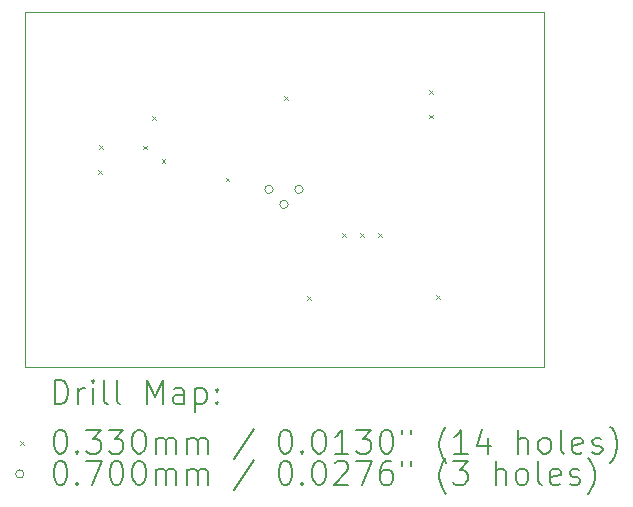
<source format=gbr>
%TF.GenerationSoftware,KiCad,Pcbnew,8.0.2*%
%TF.CreationDate,2025-01-07T01:24:53-05:00*%
%TF.ProjectId,Transimpedence,5472616e-7369-46d7-9065-64656e63652e,rev?*%
%TF.SameCoordinates,Original*%
%TF.FileFunction,Drillmap*%
%TF.FilePolarity,Positive*%
%FSLAX45Y45*%
G04 Gerber Fmt 4.5, Leading zero omitted, Abs format (unit mm)*
G04 Created by KiCad (PCBNEW 8.0.2) date 2025-01-07 01:24:53*
%MOMM*%
%LPD*%
G01*
G04 APERTURE LIST*
%ADD10C,0.100000*%
%ADD11C,0.200000*%
G04 APERTURE END LIST*
D10*
X1995000Y-2000000D02*
X6395000Y-2000000D01*
X6395000Y-5000000D01*
X1995000Y-5000000D01*
X1995000Y-2000000D01*
D11*
D10*
X2617470Y-3336290D02*
X2650490Y-3369310D01*
X2650490Y-3336290D02*
X2617470Y-3369310D01*
X2622550Y-3128010D02*
X2655570Y-3161030D01*
X2655570Y-3128010D02*
X2622550Y-3161030D01*
X2995990Y-3128490D02*
X3029010Y-3161510D01*
X3029010Y-3128490D02*
X2995990Y-3161510D01*
X3077502Y-2879090D02*
X3110522Y-2912110D01*
X3110522Y-2879090D02*
X3077502Y-2912110D01*
X3155435Y-3240018D02*
X3188455Y-3273038D01*
X3188455Y-3240018D02*
X3155435Y-3273038D01*
X3696970Y-3399790D02*
X3729990Y-3432810D01*
X3729990Y-3399790D02*
X3696970Y-3432810D01*
X4188490Y-2710990D02*
X4221510Y-2744010D01*
X4221510Y-2710990D02*
X4188490Y-2744010D01*
X4390390Y-4400550D02*
X4423410Y-4433570D01*
X4423410Y-4400550D02*
X4390390Y-4433570D01*
X4682490Y-3869690D02*
X4715510Y-3902710D01*
X4715510Y-3869690D02*
X4682490Y-3902710D01*
X4834890Y-3869690D02*
X4867910Y-3902710D01*
X4867910Y-3869690D02*
X4834890Y-3902710D01*
X4987290Y-3869690D02*
X5020310Y-3902710D01*
X5020310Y-3869690D02*
X4987290Y-3902710D01*
X5419090Y-2659139D02*
X5452110Y-2692159D01*
X5452110Y-2659139D02*
X5419090Y-2692159D01*
X5419090Y-2866390D02*
X5452110Y-2899410D01*
X5452110Y-2866390D02*
X5419090Y-2899410D01*
X5480050Y-4398010D02*
X5513070Y-4431030D01*
X5513070Y-4398010D02*
X5480050Y-4431030D01*
X4099000Y-3500120D02*
G75*
G02*
X4029000Y-3500120I-35000J0D01*
G01*
X4029000Y-3500120D02*
G75*
G02*
X4099000Y-3500120I35000J0D01*
G01*
X4226000Y-3627120D02*
G75*
G02*
X4156000Y-3627120I-35000J0D01*
G01*
X4156000Y-3627120D02*
G75*
G02*
X4226000Y-3627120I35000J0D01*
G01*
X4353000Y-3500120D02*
G75*
G02*
X4283000Y-3500120I-35000J0D01*
G01*
X4283000Y-3500120D02*
G75*
G02*
X4353000Y-3500120I35000J0D01*
G01*
D11*
X2250777Y-5316484D02*
X2250777Y-5116484D01*
X2250777Y-5116484D02*
X2298396Y-5116484D01*
X2298396Y-5116484D02*
X2326967Y-5126008D01*
X2326967Y-5126008D02*
X2346015Y-5145055D01*
X2346015Y-5145055D02*
X2355539Y-5164103D01*
X2355539Y-5164103D02*
X2365063Y-5202198D01*
X2365063Y-5202198D02*
X2365063Y-5230770D01*
X2365063Y-5230770D02*
X2355539Y-5268865D01*
X2355539Y-5268865D02*
X2346015Y-5287912D01*
X2346015Y-5287912D02*
X2326967Y-5306960D01*
X2326967Y-5306960D02*
X2298396Y-5316484D01*
X2298396Y-5316484D02*
X2250777Y-5316484D01*
X2450777Y-5316484D02*
X2450777Y-5183150D01*
X2450777Y-5221246D02*
X2460301Y-5202198D01*
X2460301Y-5202198D02*
X2469824Y-5192674D01*
X2469824Y-5192674D02*
X2488872Y-5183150D01*
X2488872Y-5183150D02*
X2507920Y-5183150D01*
X2574586Y-5316484D02*
X2574586Y-5183150D01*
X2574586Y-5116484D02*
X2565063Y-5126008D01*
X2565063Y-5126008D02*
X2574586Y-5135531D01*
X2574586Y-5135531D02*
X2584110Y-5126008D01*
X2584110Y-5126008D02*
X2574586Y-5116484D01*
X2574586Y-5116484D02*
X2574586Y-5135531D01*
X2698396Y-5316484D02*
X2679348Y-5306960D01*
X2679348Y-5306960D02*
X2669824Y-5287912D01*
X2669824Y-5287912D02*
X2669824Y-5116484D01*
X2803158Y-5316484D02*
X2784110Y-5306960D01*
X2784110Y-5306960D02*
X2774586Y-5287912D01*
X2774586Y-5287912D02*
X2774586Y-5116484D01*
X3031729Y-5316484D02*
X3031729Y-5116484D01*
X3031729Y-5116484D02*
X3098396Y-5259341D01*
X3098396Y-5259341D02*
X3165062Y-5116484D01*
X3165062Y-5116484D02*
X3165062Y-5316484D01*
X3346015Y-5316484D02*
X3346015Y-5211722D01*
X3346015Y-5211722D02*
X3336491Y-5192674D01*
X3336491Y-5192674D02*
X3317443Y-5183150D01*
X3317443Y-5183150D02*
X3279348Y-5183150D01*
X3279348Y-5183150D02*
X3260301Y-5192674D01*
X3346015Y-5306960D02*
X3326967Y-5316484D01*
X3326967Y-5316484D02*
X3279348Y-5316484D01*
X3279348Y-5316484D02*
X3260301Y-5306960D01*
X3260301Y-5306960D02*
X3250777Y-5287912D01*
X3250777Y-5287912D02*
X3250777Y-5268865D01*
X3250777Y-5268865D02*
X3260301Y-5249817D01*
X3260301Y-5249817D02*
X3279348Y-5240293D01*
X3279348Y-5240293D02*
X3326967Y-5240293D01*
X3326967Y-5240293D02*
X3346015Y-5230770D01*
X3441253Y-5183150D02*
X3441253Y-5383150D01*
X3441253Y-5192674D02*
X3460301Y-5183150D01*
X3460301Y-5183150D02*
X3498396Y-5183150D01*
X3498396Y-5183150D02*
X3517443Y-5192674D01*
X3517443Y-5192674D02*
X3526967Y-5202198D01*
X3526967Y-5202198D02*
X3536491Y-5221246D01*
X3536491Y-5221246D02*
X3536491Y-5278389D01*
X3536491Y-5278389D02*
X3526967Y-5297436D01*
X3526967Y-5297436D02*
X3517443Y-5306960D01*
X3517443Y-5306960D02*
X3498396Y-5316484D01*
X3498396Y-5316484D02*
X3460301Y-5316484D01*
X3460301Y-5316484D02*
X3441253Y-5306960D01*
X3622205Y-5297436D02*
X3631729Y-5306960D01*
X3631729Y-5306960D02*
X3622205Y-5316484D01*
X3622205Y-5316484D02*
X3612682Y-5306960D01*
X3612682Y-5306960D02*
X3622205Y-5297436D01*
X3622205Y-5297436D02*
X3622205Y-5316484D01*
X3622205Y-5192674D02*
X3631729Y-5202198D01*
X3631729Y-5202198D02*
X3622205Y-5211722D01*
X3622205Y-5211722D02*
X3612682Y-5202198D01*
X3612682Y-5202198D02*
X3622205Y-5192674D01*
X3622205Y-5192674D02*
X3622205Y-5211722D01*
D10*
X1956980Y-5628490D02*
X1990000Y-5661510D01*
X1990000Y-5628490D02*
X1956980Y-5661510D01*
D11*
X2288872Y-5536484D02*
X2307920Y-5536484D01*
X2307920Y-5536484D02*
X2326967Y-5546008D01*
X2326967Y-5546008D02*
X2336491Y-5555531D01*
X2336491Y-5555531D02*
X2346015Y-5574579D01*
X2346015Y-5574579D02*
X2355539Y-5612674D01*
X2355539Y-5612674D02*
X2355539Y-5660293D01*
X2355539Y-5660293D02*
X2346015Y-5698388D01*
X2346015Y-5698388D02*
X2336491Y-5717436D01*
X2336491Y-5717436D02*
X2326967Y-5726960D01*
X2326967Y-5726960D02*
X2307920Y-5736484D01*
X2307920Y-5736484D02*
X2288872Y-5736484D01*
X2288872Y-5736484D02*
X2269824Y-5726960D01*
X2269824Y-5726960D02*
X2260301Y-5717436D01*
X2260301Y-5717436D02*
X2250777Y-5698388D01*
X2250777Y-5698388D02*
X2241253Y-5660293D01*
X2241253Y-5660293D02*
X2241253Y-5612674D01*
X2241253Y-5612674D02*
X2250777Y-5574579D01*
X2250777Y-5574579D02*
X2260301Y-5555531D01*
X2260301Y-5555531D02*
X2269824Y-5546008D01*
X2269824Y-5546008D02*
X2288872Y-5536484D01*
X2441253Y-5717436D02*
X2450777Y-5726960D01*
X2450777Y-5726960D02*
X2441253Y-5736484D01*
X2441253Y-5736484D02*
X2431729Y-5726960D01*
X2431729Y-5726960D02*
X2441253Y-5717436D01*
X2441253Y-5717436D02*
X2441253Y-5736484D01*
X2517444Y-5536484D02*
X2641253Y-5536484D01*
X2641253Y-5536484D02*
X2574586Y-5612674D01*
X2574586Y-5612674D02*
X2603158Y-5612674D01*
X2603158Y-5612674D02*
X2622205Y-5622198D01*
X2622205Y-5622198D02*
X2631729Y-5631722D01*
X2631729Y-5631722D02*
X2641253Y-5650769D01*
X2641253Y-5650769D02*
X2641253Y-5698388D01*
X2641253Y-5698388D02*
X2631729Y-5717436D01*
X2631729Y-5717436D02*
X2622205Y-5726960D01*
X2622205Y-5726960D02*
X2603158Y-5736484D01*
X2603158Y-5736484D02*
X2546015Y-5736484D01*
X2546015Y-5736484D02*
X2526967Y-5726960D01*
X2526967Y-5726960D02*
X2517444Y-5717436D01*
X2707920Y-5536484D02*
X2831729Y-5536484D01*
X2831729Y-5536484D02*
X2765063Y-5612674D01*
X2765063Y-5612674D02*
X2793634Y-5612674D01*
X2793634Y-5612674D02*
X2812682Y-5622198D01*
X2812682Y-5622198D02*
X2822205Y-5631722D01*
X2822205Y-5631722D02*
X2831729Y-5650769D01*
X2831729Y-5650769D02*
X2831729Y-5698388D01*
X2831729Y-5698388D02*
X2822205Y-5717436D01*
X2822205Y-5717436D02*
X2812682Y-5726960D01*
X2812682Y-5726960D02*
X2793634Y-5736484D01*
X2793634Y-5736484D02*
X2736491Y-5736484D01*
X2736491Y-5736484D02*
X2717444Y-5726960D01*
X2717444Y-5726960D02*
X2707920Y-5717436D01*
X2955539Y-5536484D02*
X2974586Y-5536484D01*
X2974586Y-5536484D02*
X2993634Y-5546008D01*
X2993634Y-5546008D02*
X3003158Y-5555531D01*
X3003158Y-5555531D02*
X3012682Y-5574579D01*
X3012682Y-5574579D02*
X3022205Y-5612674D01*
X3022205Y-5612674D02*
X3022205Y-5660293D01*
X3022205Y-5660293D02*
X3012682Y-5698388D01*
X3012682Y-5698388D02*
X3003158Y-5717436D01*
X3003158Y-5717436D02*
X2993634Y-5726960D01*
X2993634Y-5726960D02*
X2974586Y-5736484D01*
X2974586Y-5736484D02*
X2955539Y-5736484D01*
X2955539Y-5736484D02*
X2936491Y-5726960D01*
X2936491Y-5726960D02*
X2926967Y-5717436D01*
X2926967Y-5717436D02*
X2917443Y-5698388D01*
X2917443Y-5698388D02*
X2907920Y-5660293D01*
X2907920Y-5660293D02*
X2907920Y-5612674D01*
X2907920Y-5612674D02*
X2917443Y-5574579D01*
X2917443Y-5574579D02*
X2926967Y-5555531D01*
X2926967Y-5555531D02*
X2936491Y-5546008D01*
X2936491Y-5546008D02*
X2955539Y-5536484D01*
X3107920Y-5736484D02*
X3107920Y-5603150D01*
X3107920Y-5622198D02*
X3117443Y-5612674D01*
X3117443Y-5612674D02*
X3136491Y-5603150D01*
X3136491Y-5603150D02*
X3165063Y-5603150D01*
X3165063Y-5603150D02*
X3184110Y-5612674D01*
X3184110Y-5612674D02*
X3193634Y-5631722D01*
X3193634Y-5631722D02*
X3193634Y-5736484D01*
X3193634Y-5631722D02*
X3203158Y-5612674D01*
X3203158Y-5612674D02*
X3222205Y-5603150D01*
X3222205Y-5603150D02*
X3250777Y-5603150D01*
X3250777Y-5603150D02*
X3269824Y-5612674D01*
X3269824Y-5612674D02*
X3279348Y-5631722D01*
X3279348Y-5631722D02*
X3279348Y-5736484D01*
X3374586Y-5736484D02*
X3374586Y-5603150D01*
X3374586Y-5622198D02*
X3384110Y-5612674D01*
X3384110Y-5612674D02*
X3403158Y-5603150D01*
X3403158Y-5603150D02*
X3431729Y-5603150D01*
X3431729Y-5603150D02*
X3450777Y-5612674D01*
X3450777Y-5612674D02*
X3460301Y-5631722D01*
X3460301Y-5631722D02*
X3460301Y-5736484D01*
X3460301Y-5631722D02*
X3469824Y-5612674D01*
X3469824Y-5612674D02*
X3488872Y-5603150D01*
X3488872Y-5603150D02*
X3517443Y-5603150D01*
X3517443Y-5603150D02*
X3536491Y-5612674D01*
X3536491Y-5612674D02*
X3546015Y-5631722D01*
X3546015Y-5631722D02*
X3546015Y-5736484D01*
X3936491Y-5526960D02*
X3765063Y-5784103D01*
X4193634Y-5536484D02*
X4212682Y-5536484D01*
X4212682Y-5536484D02*
X4231729Y-5546008D01*
X4231729Y-5546008D02*
X4241253Y-5555531D01*
X4241253Y-5555531D02*
X4250777Y-5574579D01*
X4250777Y-5574579D02*
X4260301Y-5612674D01*
X4260301Y-5612674D02*
X4260301Y-5660293D01*
X4260301Y-5660293D02*
X4250777Y-5698388D01*
X4250777Y-5698388D02*
X4241253Y-5717436D01*
X4241253Y-5717436D02*
X4231729Y-5726960D01*
X4231729Y-5726960D02*
X4212682Y-5736484D01*
X4212682Y-5736484D02*
X4193634Y-5736484D01*
X4193634Y-5736484D02*
X4174586Y-5726960D01*
X4174586Y-5726960D02*
X4165063Y-5717436D01*
X4165063Y-5717436D02*
X4155539Y-5698388D01*
X4155539Y-5698388D02*
X4146015Y-5660293D01*
X4146015Y-5660293D02*
X4146015Y-5612674D01*
X4146015Y-5612674D02*
X4155539Y-5574579D01*
X4155539Y-5574579D02*
X4165063Y-5555531D01*
X4165063Y-5555531D02*
X4174586Y-5546008D01*
X4174586Y-5546008D02*
X4193634Y-5536484D01*
X4346015Y-5717436D02*
X4355539Y-5726960D01*
X4355539Y-5726960D02*
X4346015Y-5736484D01*
X4346015Y-5736484D02*
X4336491Y-5726960D01*
X4336491Y-5726960D02*
X4346015Y-5717436D01*
X4346015Y-5717436D02*
X4346015Y-5736484D01*
X4479348Y-5536484D02*
X4498396Y-5536484D01*
X4498396Y-5536484D02*
X4517444Y-5546008D01*
X4517444Y-5546008D02*
X4526968Y-5555531D01*
X4526968Y-5555531D02*
X4536491Y-5574579D01*
X4536491Y-5574579D02*
X4546015Y-5612674D01*
X4546015Y-5612674D02*
X4546015Y-5660293D01*
X4546015Y-5660293D02*
X4536491Y-5698388D01*
X4536491Y-5698388D02*
X4526968Y-5717436D01*
X4526968Y-5717436D02*
X4517444Y-5726960D01*
X4517444Y-5726960D02*
X4498396Y-5736484D01*
X4498396Y-5736484D02*
X4479348Y-5736484D01*
X4479348Y-5736484D02*
X4460301Y-5726960D01*
X4460301Y-5726960D02*
X4450777Y-5717436D01*
X4450777Y-5717436D02*
X4441253Y-5698388D01*
X4441253Y-5698388D02*
X4431729Y-5660293D01*
X4431729Y-5660293D02*
X4431729Y-5612674D01*
X4431729Y-5612674D02*
X4441253Y-5574579D01*
X4441253Y-5574579D02*
X4450777Y-5555531D01*
X4450777Y-5555531D02*
X4460301Y-5546008D01*
X4460301Y-5546008D02*
X4479348Y-5536484D01*
X4736491Y-5736484D02*
X4622206Y-5736484D01*
X4679348Y-5736484D02*
X4679348Y-5536484D01*
X4679348Y-5536484D02*
X4660301Y-5565055D01*
X4660301Y-5565055D02*
X4641253Y-5584103D01*
X4641253Y-5584103D02*
X4622206Y-5593627D01*
X4803158Y-5536484D02*
X4926968Y-5536484D01*
X4926968Y-5536484D02*
X4860301Y-5612674D01*
X4860301Y-5612674D02*
X4888872Y-5612674D01*
X4888872Y-5612674D02*
X4907920Y-5622198D01*
X4907920Y-5622198D02*
X4917444Y-5631722D01*
X4917444Y-5631722D02*
X4926968Y-5650769D01*
X4926968Y-5650769D02*
X4926968Y-5698388D01*
X4926968Y-5698388D02*
X4917444Y-5717436D01*
X4917444Y-5717436D02*
X4907920Y-5726960D01*
X4907920Y-5726960D02*
X4888872Y-5736484D01*
X4888872Y-5736484D02*
X4831729Y-5736484D01*
X4831729Y-5736484D02*
X4812682Y-5726960D01*
X4812682Y-5726960D02*
X4803158Y-5717436D01*
X5050777Y-5536484D02*
X5069825Y-5536484D01*
X5069825Y-5536484D02*
X5088872Y-5546008D01*
X5088872Y-5546008D02*
X5098396Y-5555531D01*
X5098396Y-5555531D02*
X5107920Y-5574579D01*
X5107920Y-5574579D02*
X5117444Y-5612674D01*
X5117444Y-5612674D02*
X5117444Y-5660293D01*
X5117444Y-5660293D02*
X5107920Y-5698388D01*
X5107920Y-5698388D02*
X5098396Y-5717436D01*
X5098396Y-5717436D02*
X5088872Y-5726960D01*
X5088872Y-5726960D02*
X5069825Y-5736484D01*
X5069825Y-5736484D02*
X5050777Y-5736484D01*
X5050777Y-5736484D02*
X5031729Y-5726960D01*
X5031729Y-5726960D02*
X5022206Y-5717436D01*
X5022206Y-5717436D02*
X5012682Y-5698388D01*
X5012682Y-5698388D02*
X5003158Y-5660293D01*
X5003158Y-5660293D02*
X5003158Y-5612674D01*
X5003158Y-5612674D02*
X5012682Y-5574579D01*
X5012682Y-5574579D02*
X5022206Y-5555531D01*
X5022206Y-5555531D02*
X5031729Y-5546008D01*
X5031729Y-5546008D02*
X5050777Y-5536484D01*
X5193634Y-5536484D02*
X5193634Y-5574579D01*
X5269825Y-5536484D02*
X5269825Y-5574579D01*
X5565063Y-5812674D02*
X5555539Y-5803150D01*
X5555539Y-5803150D02*
X5536491Y-5774579D01*
X5536491Y-5774579D02*
X5526968Y-5755531D01*
X5526968Y-5755531D02*
X5517444Y-5726960D01*
X5517444Y-5726960D02*
X5507920Y-5679341D01*
X5507920Y-5679341D02*
X5507920Y-5641246D01*
X5507920Y-5641246D02*
X5517444Y-5593627D01*
X5517444Y-5593627D02*
X5526968Y-5565055D01*
X5526968Y-5565055D02*
X5536491Y-5546008D01*
X5536491Y-5546008D02*
X5555539Y-5517436D01*
X5555539Y-5517436D02*
X5565063Y-5507912D01*
X5746015Y-5736484D02*
X5631729Y-5736484D01*
X5688872Y-5736484D02*
X5688872Y-5536484D01*
X5688872Y-5536484D02*
X5669825Y-5565055D01*
X5669825Y-5565055D02*
X5650777Y-5584103D01*
X5650777Y-5584103D02*
X5631729Y-5593627D01*
X5917444Y-5603150D02*
X5917444Y-5736484D01*
X5869825Y-5526960D02*
X5822206Y-5669817D01*
X5822206Y-5669817D02*
X5946015Y-5669817D01*
X6174587Y-5736484D02*
X6174587Y-5536484D01*
X6260301Y-5736484D02*
X6260301Y-5631722D01*
X6260301Y-5631722D02*
X6250777Y-5612674D01*
X6250777Y-5612674D02*
X6231730Y-5603150D01*
X6231730Y-5603150D02*
X6203158Y-5603150D01*
X6203158Y-5603150D02*
X6184110Y-5612674D01*
X6184110Y-5612674D02*
X6174587Y-5622198D01*
X6384110Y-5736484D02*
X6365063Y-5726960D01*
X6365063Y-5726960D02*
X6355539Y-5717436D01*
X6355539Y-5717436D02*
X6346015Y-5698388D01*
X6346015Y-5698388D02*
X6346015Y-5641246D01*
X6346015Y-5641246D02*
X6355539Y-5622198D01*
X6355539Y-5622198D02*
X6365063Y-5612674D01*
X6365063Y-5612674D02*
X6384110Y-5603150D01*
X6384110Y-5603150D02*
X6412682Y-5603150D01*
X6412682Y-5603150D02*
X6431730Y-5612674D01*
X6431730Y-5612674D02*
X6441253Y-5622198D01*
X6441253Y-5622198D02*
X6450777Y-5641246D01*
X6450777Y-5641246D02*
X6450777Y-5698388D01*
X6450777Y-5698388D02*
X6441253Y-5717436D01*
X6441253Y-5717436D02*
X6431730Y-5726960D01*
X6431730Y-5726960D02*
X6412682Y-5736484D01*
X6412682Y-5736484D02*
X6384110Y-5736484D01*
X6565063Y-5736484D02*
X6546015Y-5726960D01*
X6546015Y-5726960D02*
X6536491Y-5707912D01*
X6536491Y-5707912D02*
X6536491Y-5536484D01*
X6717444Y-5726960D02*
X6698396Y-5736484D01*
X6698396Y-5736484D02*
X6660301Y-5736484D01*
X6660301Y-5736484D02*
X6641253Y-5726960D01*
X6641253Y-5726960D02*
X6631730Y-5707912D01*
X6631730Y-5707912D02*
X6631730Y-5631722D01*
X6631730Y-5631722D02*
X6641253Y-5612674D01*
X6641253Y-5612674D02*
X6660301Y-5603150D01*
X6660301Y-5603150D02*
X6698396Y-5603150D01*
X6698396Y-5603150D02*
X6717444Y-5612674D01*
X6717444Y-5612674D02*
X6726968Y-5631722D01*
X6726968Y-5631722D02*
X6726968Y-5650769D01*
X6726968Y-5650769D02*
X6631730Y-5669817D01*
X6803158Y-5726960D02*
X6822206Y-5736484D01*
X6822206Y-5736484D02*
X6860301Y-5736484D01*
X6860301Y-5736484D02*
X6879349Y-5726960D01*
X6879349Y-5726960D02*
X6888872Y-5707912D01*
X6888872Y-5707912D02*
X6888872Y-5698388D01*
X6888872Y-5698388D02*
X6879349Y-5679341D01*
X6879349Y-5679341D02*
X6860301Y-5669817D01*
X6860301Y-5669817D02*
X6831730Y-5669817D01*
X6831730Y-5669817D02*
X6812682Y-5660293D01*
X6812682Y-5660293D02*
X6803158Y-5641246D01*
X6803158Y-5641246D02*
X6803158Y-5631722D01*
X6803158Y-5631722D02*
X6812682Y-5612674D01*
X6812682Y-5612674D02*
X6831730Y-5603150D01*
X6831730Y-5603150D02*
X6860301Y-5603150D01*
X6860301Y-5603150D02*
X6879349Y-5612674D01*
X6955539Y-5812674D02*
X6965063Y-5803150D01*
X6965063Y-5803150D02*
X6984111Y-5774579D01*
X6984111Y-5774579D02*
X6993634Y-5755531D01*
X6993634Y-5755531D02*
X7003158Y-5726960D01*
X7003158Y-5726960D02*
X7012682Y-5679341D01*
X7012682Y-5679341D02*
X7012682Y-5641246D01*
X7012682Y-5641246D02*
X7003158Y-5593627D01*
X7003158Y-5593627D02*
X6993634Y-5565055D01*
X6993634Y-5565055D02*
X6984111Y-5546008D01*
X6984111Y-5546008D02*
X6965063Y-5517436D01*
X6965063Y-5517436D02*
X6955539Y-5507912D01*
D10*
X1990000Y-5909000D02*
G75*
G02*
X1920000Y-5909000I-35000J0D01*
G01*
X1920000Y-5909000D02*
G75*
G02*
X1990000Y-5909000I35000J0D01*
G01*
D11*
X2288872Y-5800484D02*
X2307920Y-5800484D01*
X2307920Y-5800484D02*
X2326967Y-5810008D01*
X2326967Y-5810008D02*
X2336491Y-5819531D01*
X2336491Y-5819531D02*
X2346015Y-5838579D01*
X2346015Y-5838579D02*
X2355539Y-5876674D01*
X2355539Y-5876674D02*
X2355539Y-5924293D01*
X2355539Y-5924293D02*
X2346015Y-5962388D01*
X2346015Y-5962388D02*
X2336491Y-5981436D01*
X2336491Y-5981436D02*
X2326967Y-5990960D01*
X2326967Y-5990960D02*
X2307920Y-6000484D01*
X2307920Y-6000484D02*
X2288872Y-6000484D01*
X2288872Y-6000484D02*
X2269824Y-5990960D01*
X2269824Y-5990960D02*
X2260301Y-5981436D01*
X2260301Y-5981436D02*
X2250777Y-5962388D01*
X2250777Y-5962388D02*
X2241253Y-5924293D01*
X2241253Y-5924293D02*
X2241253Y-5876674D01*
X2241253Y-5876674D02*
X2250777Y-5838579D01*
X2250777Y-5838579D02*
X2260301Y-5819531D01*
X2260301Y-5819531D02*
X2269824Y-5810008D01*
X2269824Y-5810008D02*
X2288872Y-5800484D01*
X2441253Y-5981436D02*
X2450777Y-5990960D01*
X2450777Y-5990960D02*
X2441253Y-6000484D01*
X2441253Y-6000484D02*
X2431729Y-5990960D01*
X2431729Y-5990960D02*
X2441253Y-5981436D01*
X2441253Y-5981436D02*
X2441253Y-6000484D01*
X2517444Y-5800484D02*
X2650777Y-5800484D01*
X2650777Y-5800484D02*
X2565063Y-6000484D01*
X2765063Y-5800484D02*
X2784110Y-5800484D01*
X2784110Y-5800484D02*
X2803158Y-5810008D01*
X2803158Y-5810008D02*
X2812682Y-5819531D01*
X2812682Y-5819531D02*
X2822205Y-5838579D01*
X2822205Y-5838579D02*
X2831729Y-5876674D01*
X2831729Y-5876674D02*
X2831729Y-5924293D01*
X2831729Y-5924293D02*
X2822205Y-5962388D01*
X2822205Y-5962388D02*
X2812682Y-5981436D01*
X2812682Y-5981436D02*
X2803158Y-5990960D01*
X2803158Y-5990960D02*
X2784110Y-6000484D01*
X2784110Y-6000484D02*
X2765063Y-6000484D01*
X2765063Y-6000484D02*
X2746015Y-5990960D01*
X2746015Y-5990960D02*
X2736491Y-5981436D01*
X2736491Y-5981436D02*
X2726967Y-5962388D01*
X2726967Y-5962388D02*
X2717444Y-5924293D01*
X2717444Y-5924293D02*
X2717444Y-5876674D01*
X2717444Y-5876674D02*
X2726967Y-5838579D01*
X2726967Y-5838579D02*
X2736491Y-5819531D01*
X2736491Y-5819531D02*
X2746015Y-5810008D01*
X2746015Y-5810008D02*
X2765063Y-5800484D01*
X2955539Y-5800484D02*
X2974586Y-5800484D01*
X2974586Y-5800484D02*
X2993634Y-5810008D01*
X2993634Y-5810008D02*
X3003158Y-5819531D01*
X3003158Y-5819531D02*
X3012682Y-5838579D01*
X3012682Y-5838579D02*
X3022205Y-5876674D01*
X3022205Y-5876674D02*
X3022205Y-5924293D01*
X3022205Y-5924293D02*
X3012682Y-5962388D01*
X3012682Y-5962388D02*
X3003158Y-5981436D01*
X3003158Y-5981436D02*
X2993634Y-5990960D01*
X2993634Y-5990960D02*
X2974586Y-6000484D01*
X2974586Y-6000484D02*
X2955539Y-6000484D01*
X2955539Y-6000484D02*
X2936491Y-5990960D01*
X2936491Y-5990960D02*
X2926967Y-5981436D01*
X2926967Y-5981436D02*
X2917443Y-5962388D01*
X2917443Y-5962388D02*
X2907920Y-5924293D01*
X2907920Y-5924293D02*
X2907920Y-5876674D01*
X2907920Y-5876674D02*
X2917443Y-5838579D01*
X2917443Y-5838579D02*
X2926967Y-5819531D01*
X2926967Y-5819531D02*
X2936491Y-5810008D01*
X2936491Y-5810008D02*
X2955539Y-5800484D01*
X3107920Y-6000484D02*
X3107920Y-5867150D01*
X3107920Y-5886198D02*
X3117443Y-5876674D01*
X3117443Y-5876674D02*
X3136491Y-5867150D01*
X3136491Y-5867150D02*
X3165063Y-5867150D01*
X3165063Y-5867150D02*
X3184110Y-5876674D01*
X3184110Y-5876674D02*
X3193634Y-5895722D01*
X3193634Y-5895722D02*
X3193634Y-6000484D01*
X3193634Y-5895722D02*
X3203158Y-5876674D01*
X3203158Y-5876674D02*
X3222205Y-5867150D01*
X3222205Y-5867150D02*
X3250777Y-5867150D01*
X3250777Y-5867150D02*
X3269824Y-5876674D01*
X3269824Y-5876674D02*
X3279348Y-5895722D01*
X3279348Y-5895722D02*
X3279348Y-6000484D01*
X3374586Y-6000484D02*
X3374586Y-5867150D01*
X3374586Y-5886198D02*
X3384110Y-5876674D01*
X3384110Y-5876674D02*
X3403158Y-5867150D01*
X3403158Y-5867150D02*
X3431729Y-5867150D01*
X3431729Y-5867150D02*
X3450777Y-5876674D01*
X3450777Y-5876674D02*
X3460301Y-5895722D01*
X3460301Y-5895722D02*
X3460301Y-6000484D01*
X3460301Y-5895722D02*
X3469824Y-5876674D01*
X3469824Y-5876674D02*
X3488872Y-5867150D01*
X3488872Y-5867150D02*
X3517443Y-5867150D01*
X3517443Y-5867150D02*
X3536491Y-5876674D01*
X3536491Y-5876674D02*
X3546015Y-5895722D01*
X3546015Y-5895722D02*
X3546015Y-6000484D01*
X3936491Y-5790960D02*
X3765063Y-6048103D01*
X4193634Y-5800484D02*
X4212682Y-5800484D01*
X4212682Y-5800484D02*
X4231729Y-5810008D01*
X4231729Y-5810008D02*
X4241253Y-5819531D01*
X4241253Y-5819531D02*
X4250777Y-5838579D01*
X4250777Y-5838579D02*
X4260301Y-5876674D01*
X4260301Y-5876674D02*
X4260301Y-5924293D01*
X4260301Y-5924293D02*
X4250777Y-5962388D01*
X4250777Y-5962388D02*
X4241253Y-5981436D01*
X4241253Y-5981436D02*
X4231729Y-5990960D01*
X4231729Y-5990960D02*
X4212682Y-6000484D01*
X4212682Y-6000484D02*
X4193634Y-6000484D01*
X4193634Y-6000484D02*
X4174586Y-5990960D01*
X4174586Y-5990960D02*
X4165063Y-5981436D01*
X4165063Y-5981436D02*
X4155539Y-5962388D01*
X4155539Y-5962388D02*
X4146015Y-5924293D01*
X4146015Y-5924293D02*
X4146015Y-5876674D01*
X4146015Y-5876674D02*
X4155539Y-5838579D01*
X4155539Y-5838579D02*
X4165063Y-5819531D01*
X4165063Y-5819531D02*
X4174586Y-5810008D01*
X4174586Y-5810008D02*
X4193634Y-5800484D01*
X4346015Y-5981436D02*
X4355539Y-5990960D01*
X4355539Y-5990960D02*
X4346015Y-6000484D01*
X4346015Y-6000484D02*
X4336491Y-5990960D01*
X4336491Y-5990960D02*
X4346015Y-5981436D01*
X4346015Y-5981436D02*
X4346015Y-6000484D01*
X4479348Y-5800484D02*
X4498396Y-5800484D01*
X4498396Y-5800484D02*
X4517444Y-5810008D01*
X4517444Y-5810008D02*
X4526968Y-5819531D01*
X4526968Y-5819531D02*
X4536491Y-5838579D01*
X4536491Y-5838579D02*
X4546015Y-5876674D01*
X4546015Y-5876674D02*
X4546015Y-5924293D01*
X4546015Y-5924293D02*
X4536491Y-5962388D01*
X4536491Y-5962388D02*
X4526968Y-5981436D01*
X4526968Y-5981436D02*
X4517444Y-5990960D01*
X4517444Y-5990960D02*
X4498396Y-6000484D01*
X4498396Y-6000484D02*
X4479348Y-6000484D01*
X4479348Y-6000484D02*
X4460301Y-5990960D01*
X4460301Y-5990960D02*
X4450777Y-5981436D01*
X4450777Y-5981436D02*
X4441253Y-5962388D01*
X4441253Y-5962388D02*
X4431729Y-5924293D01*
X4431729Y-5924293D02*
X4431729Y-5876674D01*
X4431729Y-5876674D02*
X4441253Y-5838579D01*
X4441253Y-5838579D02*
X4450777Y-5819531D01*
X4450777Y-5819531D02*
X4460301Y-5810008D01*
X4460301Y-5810008D02*
X4479348Y-5800484D01*
X4622206Y-5819531D02*
X4631729Y-5810008D01*
X4631729Y-5810008D02*
X4650777Y-5800484D01*
X4650777Y-5800484D02*
X4698396Y-5800484D01*
X4698396Y-5800484D02*
X4717444Y-5810008D01*
X4717444Y-5810008D02*
X4726968Y-5819531D01*
X4726968Y-5819531D02*
X4736491Y-5838579D01*
X4736491Y-5838579D02*
X4736491Y-5857627D01*
X4736491Y-5857627D02*
X4726968Y-5886198D01*
X4726968Y-5886198D02*
X4612682Y-6000484D01*
X4612682Y-6000484D02*
X4736491Y-6000484D01*
X4803158Y-5800484D02*
X4936491Y-5800484D01*
X4936491Y-5800484D02*
X4850777Y-6000484D01*
X5098396Y-5800484D02*
X5060301Y-5800484D01*
X5060301Y-5800484D02*
X5041253Y-5810008D01*
X5041253Y-5810008D02*
X5031729Y-5819531D01*
X5031729Y-5819531D02*
X5012682Y-5848103D01*
X5012682Y-5848103D02*
X5003158Y-5886198D01*
X5003158Y-5886198D02*
X5003158Y-5962388D01*
X5003158Y-5962388D02*
X5012682Y-5981436D01*
X5012682Y-5981436D02*
X5022206Y-5990960D01*
X5022206Y-5990960D02*
X5041253Y-6000484D01*
X5041253Y-6000484D02*
X5079349Y-6000484D01*
X5079349Y-6000484D02*
X5098396Y-5990960D01*
X5098396Y-5990960D02*
X5107920Y-5981436D01*
X5107920Y-5981436D02*
X5117444Y-5962388D01*
X5117444Y-5962388D02*
X5117444Y-5914769D01*
X5117444Y-5914769D02*
X5107920Y-5895722D01*
X5107920Y-5895722D02*
X5098396Y-5886198D01*
X5098396Y-5886198D02*
X5079349Y-5876674D01*
X5079349Y-5876674D02*
X5041253Y-5876674D01*
X5041253Y-5876674D02*
X5022206Y-5886198D01*
X5022206Y-5886198D02*
X5012682Y-5895722D01*
X5012682Y-5895722D02*
X5003158Y-5914769D01*
X5193634Y-5800484D02*
X5193634Y-5838579D01*
X5269825Y-5800484D02*
X5269825Y-5838579D01*
X5565063Y-6076674D02*
X5555539Y-6067150D01*
X5555539Y-6067150D02*
X5536491Y-6038579D01*
X5536491Y-6038579D02*
X5526968Y-6019531D01*
X5526968Y-6019531D02*
X5517444Y-5990960D01*
X5517444Y-5990960D02*
X5507920Y-5943341D01*
X5507920Y-5943341D02*
X5507920Y-5905246D01*
X5507920Y-5905246D02*
X5517444Y-5857627D01*
X5517444Y-5857627D02*
X5526968Y-5829055D01*
X5526968Y-5829055D02*
X5536491Y-5810008D01*
X5536491Y-5810008D02*
X5555539Y-5781436D01*
X5555539Y-5781436D02*
X5565063Y-5771912D01*
X5622206Y-5800484D02*
X5746015Y-5800484D01*
X5746015Y-5800484D02*
X5679348Y-5876674D01*
X5679348Y-5876674D02*
X5707920Y-5876674D01*
X5707920Y-5876674D02*
X5726968Y-5886198D01*
X5726968Y-5886198D02*
X5736491Y-5895722D01*
X5736491Y-5895722D02*
X5746015Y-5914769D01*
X5746015Y-5914769D02*
X5746015Y-5962388D01*
X5746015Y-5962388D02*
X5736491Y-5981436D01*
X5736491Y-5981436D02*
X5726968Y-5990960D01*
X5726968Y-5990960D02*
X5707920Y-6000484D01*
X5707920Y-6000484D02*
X5650777Y-6000484D01*
X5650777Y-6000484D02*
X5631729Y-5990960D01*
X5631729Y-5990960D02*
X5622206Y-5981436D01*
X5984110Y-6000484D02*
X5984110Y-5800484D01*
X6069825Y-6000484D02*
X6069825Y-5895722D01*
X6069825Y-5895722D02*
X6060301Y-5876674D01*
X6060301Y-5876674D02*
X6041253Y-5867150D01*
X6041253Y-5867150D02*
X6012682Y-5867150D01*
X6012682Y-5867150D02*
X5993634Y-5876674D01*
X5993634Y-5876674D02*
X5984110Y-5886198D01*
X6193634Y-6000484D02*
X6174587Y-5990960D01*
X6174587Y-5990960D02*
X6165063Y-5981436D01*
X6165063Y-5981436D02*
X6155539Y-5962388D01*
X6155539Y-5962388D02*
X6155539Y-5905246D01*
X6155539Y-5905246D02*
X6165063Y-5886198D01*
X6165063Y-5886198D02*
X6174587Y-5876674D01*
X6174587Y-5876674D02*
X6193634Y-5867150D01*
X6193634Y-5867150D02*
X6222206Y-5867150D01*
X6222206Y-5867150D02*
X6241253Y-5876674D01*
X6241253Y-5876674D02*
X6250777Y-5886198D01*
X6250777Y-5886198D02*
X6260301Y-5905246D01*
X6260301Y-5905246D02*
X6260301Y-5962388D01*
X6260301Y-5962388D02*
X6250777Y-5981436D01*
X6250777Y-5981436D02*
X6241253Y-5990960D01*
X6241253Y-5990960D02*
X6222206Y-6000484D01*
X6222206Y-6000484D02*
X6193634Y-6000484D01*
X6374587Y-6000484D02*
X6355539Y-5990960D01*
X6355539Y-5990960D02*
X6346015Y-5971912D01*
X6346015Y-5971912D02*
X6346015Y-5800484D01*
X6526968Y-5990960D02*
X6507920Y-6000484D01*
X6507920Y-6000484D02*
X6469825Y-6000484D01*
X6469825Y-6000484D02*
X6450777Y-5990960D01*
X6450777Y-5990960D02*
X6441253Y-5971912D01*
X6441253Y-5971912D02*
X6441253Y-5895722D01*
X6441253Y-5895722D02*
X6450777Y-5876674D01*
X6450777Y-5876674D02*
X6469825Y-5867150D01*
X6469825Y-5867150D02*
X6507920Y-5867150D01*
X6507920Y-5867150D02*
X6526968Y-5876674D01*
X6526968Y-5876674D02*
X6536491Y-5895722D01*
X6536491Y-5895722D02*
X6536491Y-5914769D01*
X6536491Y-5914769D02*
X6441253Y-5933817D01*
X6612682Y-5990960D02*
X6631730Y-6000484D01*
X6631730Y-6000484D02*
X6669825Y-6000484D01*
X6669825Y-6000484D02*
X6688872Y-5990960D01*
X6688872Y-5990960D02*
X6698396Y-5971912D01*
X6698396Y-5971912D02*
X6698396Y-5962388D01*
X6698396Y-5962388D02*
X6688872Y-5943341D01*
X6688872Y-5943341D02*
X6669825Y-5933817D01*
X6669825Y-5933817D02*
X6641253Y-5933817D01*
X6641253Y-5933817D02*
X6622206Y-5924293D01*
X6622206Y-5924293D02*
X6612682Y-5905246D01*
X6612682Y-5905246D02*
X6612682Y-5895722D01*
X6612682Y-5895722D02*
X6622206Y-5876674D01*
X6622206Y-5876674D02*
X6641253Y-5867150D01*
X6641253Y-5867150D02*
X6669825Y-5867150D01*
X6669825Y-5867150D02*
X6688872Y-5876674D01*
X6765063Y-6076674D02*
X6774587Y-6067150D01*
X6774587Y-6067150D02*
X6793634Y-6038579D01*
X6793634Y-6038579D02*
X6803158Y-6019531D01*
X6803158Y-6019531D02*
X6812682Y-5990960D01*
X6812682Y-5990960D02*
X6822206Y-5943341D01*
X6822206Y-5943341D02*
X6822206Y-5905246D01*
X6822206Y-5905246D02*
X6812682Y-5857627D01*
X6812682Y-5857627D02*
X6803158Y-5829055D01*
X6803158Y-5829055D02*
X6793634Y-5810008D01*
X6793634Y-5810008D02*
X6774587Y-5781436D01*
X6774587Y-5781436D02*
X6765063Y-5771912D01*
M02*

</source>
